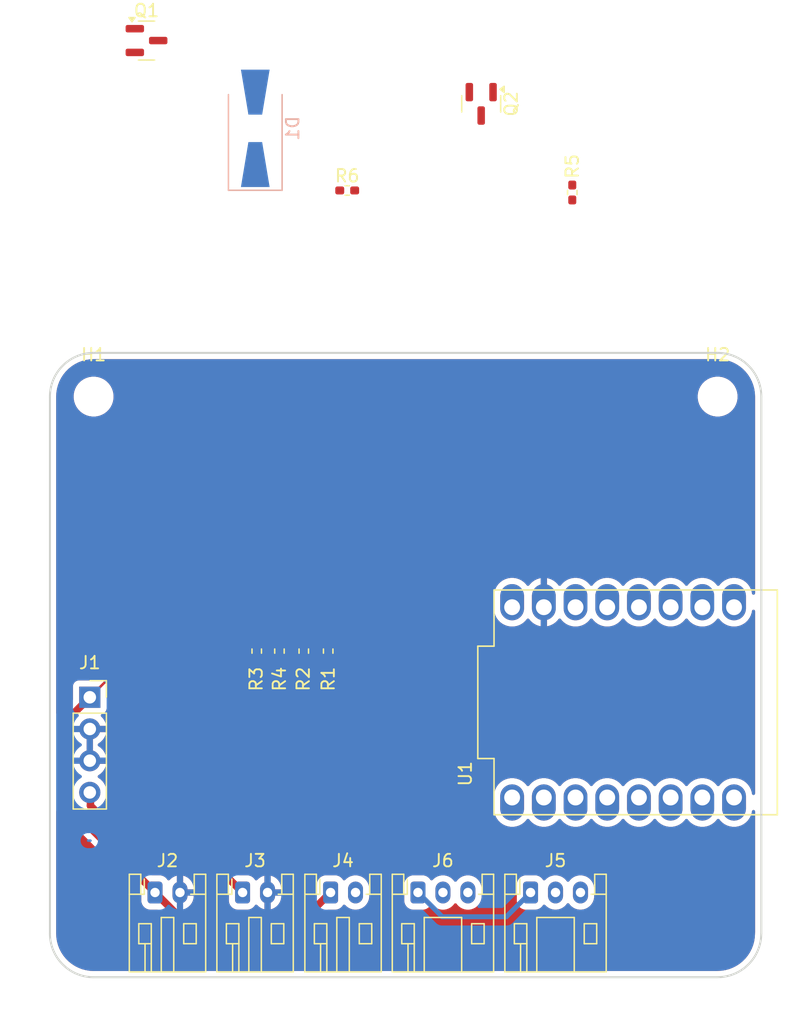
<source format=kicad_pcb>
(kicad_pcb (version 20240108) (generator "pcbnew") (generator_version "8.0")
  (layers (0 "F.Cu" signal) (31 "B.Cu" signal) (34 "B.Paste" user) (35 "F.Paste" user) (36 "B.SilkS" user "B.Silkscreen") (37 "F.SilkS" user "F.Silkscreen") (38 "B.Mask" user) (39 "F.Mask" user) (44 "Edge.Cuts" user))
  (net 0 "")
  (net 1 "pump_low")
  (net 2 "vcc_battery")
  (net 3 "GND")
  (net 5 "in-a_moisture")
  (net 6 "vcc_logic")
  (net 7 "in-a_water")
  (net 8 "out_sensors")
  (net 9 "out_pump")
  (net 10 "bat_hi")
  (net 11 "solar_hi")
  (net 12 "vcc_solar")
  (net 13 "vcc_sensor_low")
  (net 14 "Net-(Q2-G)")
  (net 15 "sda")
  (net 19 "scl")
  (footprint "Package_TO_SOT_SMD:SOT-23" (layer "F.Cu") (at 28.4895 13.461)
    (property "Reference" "Q1" (at 0 -2.4 0) (layer "F.SilkS"))
    (property "Value" "2N7002K")
    (fp_line (start 0 -1.56) (end -0.65 -1.56) (stroke (width 0.12)) (layer "F.SilkS"))
    (fp_line (start 0 -1.56) (end 0.65 -1.56) (stroke (width 0.12)) (layer "F.SilkS"))
    (fp_line (start 0 1.56) (end -0.65 1.56) (stroke (width 0.12)) (layer "F.SilkS"))
    (fp_line (start 0 1.56) (end 0.65 1.56) (stroke (width 0.12)) (layer "F.SilkS"))
    (fp_poly (pts (xy -1.1625 -1.51) (xy -1.4025 -1.84) (xy -0.9225 -1.84) (xy -1.1625 -1.51)) (stroke (width 0.12)) (fill solid) (layer "F.SilkS"))
    (pad "1" smd roundrect (at -0.9375 -0.95) (size 1.475 0.6) (layers "F.Cu" "F.Paste" "F.Mask") (net 8 "out_sensors"))
    (pad "2" smd roundrect (at -0.9375 0.95) (size 1.475 0.6) (layers "F.Cu" "F.Paste" "F.Mask") (net 3 "GND"))
    (pad "3" smd roundrect (at 0.9375 0) (size 1.475 0.6) (layers "F.Cu" "F.Paste" "F.Mask") (net 13 "vcc_sensor_low"))
  )
  (footprint "Connector_JST:JST_PH_S2B-PH-K_1x02_P2.00mm_Horizontal" (layer "F.Cu") (at 36.188 81.689)
    (property "Reference" "J3" (at 1 -2.55 0) (layer "F.SilkS"))
    (property "Value" "solar_panel")
    (fp_line (start -2.06 -1.46) (end -2.06 6.36) (stroke (width 0.12)) (layer "F.SilkS"))
    (fp_line (start -2.06 0.14) (end -1.14 0.14) (stroke (width 0.12)) (layer "F.SilkS"))
    (fp_line (start -2.06 6.36) (end 4.06 6.36) (stroke (width 0.12)) (layer "F.SilkS"))
    (fp_line (start -1.3 2.5) (end -1.3 4.1) (stroke (width 0.12)) (layer "F.SilkS"))
    (fp_line (start -1.3 4.1) (end -0.3 4.1) (stroke (width 0.12)) (layer "F.SilkS"))
    (fp_line (start -1.14 -1.46) (end -2.06 -1.46) (stroke (width 0.12)) (layer "F.SilkS"))
    (fp_line (start -1.14 0.14) (end -1.14 -1.46) (stroke (width 0.12)) (layer "F.SilkS"))
    (fp_line (start -0.86 0.14) (end -1.14 0.14) (stroke (width 0.12)) (layer "F.SilkS"))
    (fp_line (start -0.86 0.14) (end -0.86 -1.075) (stroke (width 0.12)) (layer "F.SilkS"))
    (fp_line (start -0.8 4.1) (end -0.8 6.36) (stroke (width 0.12)) (layer "F.SilkS"))
    (fp_line (start -0.3 2.5) (end -1.3 2.5) (stroke (width 0.12)) (layer "F.SilkS"))
    (fp_line (start -0.3 4.1) (end -0.3 2.5) (stroke (width 0.12)) (layer "F.SilkS"))
    (fp_line (start -0.3 4.1) (end -0.3 6.36) (stroke (width 0.12)) (layer "F.SilkS"))
    (fp_line (start 0.5 2) (end 1.5 2) (stroke (width 0.12)) (layer "F.SilkS"))
    (fp_line (start 0.5 6.36) (end 0.5 2) (stroke (width 0.12)) (layer "F.SilkS"))
    (fp_line (start 1.5 2) (end 1.5 6.36) (stroke (width 0.12)) (layer "F.SilkS"))
    (fp_line (start 2.3 2.5) (end 3.3 2.5) (stroke (width 0.12)) (layer "F.SilkS"))
    (fp_line (start 2.3 4.1) (end 2.3 2.5) (stroke (width 0.12)) (layer "F.SilkS"))
    (fp_line (start 3.14 -1.46) (end 3.14 0.14) (stroke (width 0.12)) (layer "F.SilkS"))
    (fp_line (start 3.14 0.14) (end 2.86 0.14) (stroke (width 0.12)) (layer "F.SilkS"))
    (fp_line (start 3.3 2.5) (end 3.3 4.1) (stroke (width 0.12)) (layer "F.SilkS"))
    (fp_line (start 3.3 4.1) (end 2.3 4.1) (stroke (width 0.12)) (layer "F.SilkS"))
    (fp_line (start 4.06 -1.46) (end 3.14 -1.46) (stroke (width 0.12)) (layer "F.SilkS"))
    (fp_line (start 4.06 0.14) (end 3.14 0.14) (stroke (width 0.12)) (layer "F.SilkS"))
    (fp_line (start 4.06 6.36) (end 4.06 -1.46) (stroke (width 0.12)) (layer "F.SilkS"))
    (pad "1" thru_hole roundrect (at 0 0) (size 1.2 1.75) (drill 0.75) (layers "*.Cu" "*.Mask") (roundrect_rratio 0.208333) (net 12 "vcc_solar"))
    (pad "2" thru_hole oval (at 2 0) (size 1.2 1.75) (drill 0.75) (layers "*.Cu" "*.Mask") (net 3 "GND"))
  )
  (footprint "Connector_JST:JST_PH_S2B-PH-K_1x02_P2.00mm_Horizontal" (layer "F.Cu") (at 43.237 81.689)
    (property "Reference" "J4" (at 1 -2.55 0) (layer "F.SilkS"))
    (property "Value" "pump")
    (fp_line (start -2.06 -1.46) (end -2.06 6.36) (stroke (width 0.12)) (layer "F.SilkS"))
    (fp_line (start -2.06 0.14) (end -1.14 0.14) (stroke (width 0.12)) (layer "F.SilkS"))
    (fp_line (start -2.06 6.36) (end 4.06 6.36) (stroke (width 0.12)) (layer "F.SilkS"))
    (fp_line (start -1.3 2.5) (end -1.3 4.1) (stroke (width 0.12)) (layer "F.SilkS"))
    (fp_line (start -1.3 4.1) (end -0.3 4.1) (stroke (width 0.12)) (layer "F.SilkS"))
    (fp_line (start -1.14 -1.46) (end -2.06 -1.46) (stroke (width 0.12)) (layer "F.SilkS"))
    (fp_line (start -1.14 0.14) (end -1.14 -1.46) (stroke (width 0.12)) (layer "F.SilkS"))
    (fp_line (start -0.86 0.14) (end -1.14 0.14) (stroke (width 0.12)) (layer "F.SilkS"))
    (fp_line (start -0.86 0.14) (end -0.86 -1.075) (stroke (width 0.12)) (layer "F.SilkS"))
    (fp_line (start -0.8 4.1) (end -0.8 6.36) (stroke (width 0.12)) (layer "F.SilkS"))
    (fp_line (start -0.3 2.5) (end -1.3 2.5) (stroke (width 0.12)) (layer "F.SilkS"))
    (fp_line (start -0.3 4.1) (end -0.3 2.5) (stroke (width 0.12)) (layer "F.SilkS"))
    (fp_line (start -0.3 4.1) (end -0.3 6.36) (stroke (width 0.12)) (layer "F.SilkS"))
    (fp_line (start 0.5 2) (end 1.5 2) (stroke (width 0.12)) (layer "F.SilkS"))
    (fp_line (start 0.5 6.36) (end 0.5 2) (stroke (width 0.12)) (layer "F.SilkS"))
    (fp_line (start 1.5 2) (end 1.5 6.36) (stroke (width 0.12)) (layer "F.SilkS"))
    (fp_line (start 2.3 2.5) (end 3.3 2.5) (stroke (width 0.12)) (layer "F.SilkS"))
    (fp_line (start 2.3 4.1) (end 2.3 2.5) (stroke (width 0.12)) (layer "F.SilkS"))
    (fp_line (start 3.14 -1.46) (end 3.14 0.14) (stroke (width 0.12)) (layer "F.SilkS"))
    (fp_line (start 3.14 0.14) (end 2.86 0.14) (stroke (width 0.12)) (layer "F.SilkS"))
    (fp_line (start 3.3 2.5) (end 3.3 4.1) (stroke (width 0.12)) (layer "F.SilkS"))
    (fp_line (start 3.3 4.1) (end 2.3 4.1) (stroke (width 0.12)) (layer "F.SilkS"))
    (fp_line (start 4.06 -1.46) (end 3.14 -1.46) (stroke (width 0.12)) (layer "F.SilkS"))
    (fp_line (start 4.06 0.14) (end 3.14 0.14) (stroke (width 0.12)) (layer "F.SilkS"))
    (fp_line (start 4.06 6.36) (end 4.06 -1.46) (stroke (width 0.12)) (layer "F.SilkS"))
    (pad "1" thru_hole roundrect (at 0 0) (size 1.2 1.75) (drill 0.75) (layers "*.Cu" "*.Mask") (roundrect_rratio 0.208333) (net 2 "vcc_battery"))
    (pad "2" thru_hole oval (at 2 0) (size 1.2 1.75) (drill 0.75) (layers "*.Cu" "*.Mask") (net 1 "pump_low"))
  )
  (footprint "Package_TO_SOT_SMD:SOT-23" (layer "F.Cu") (at 55.304 18.5285 -90)
    (property "Reference" "Q2" (at 0 -2.4 90) (layer "F.SilkS"))
    (property "Value" "2N7002K")
    (fp_line (start 0 1.56) (end -0.65 1.56) (stroke (width 0.12)) (layer "F.SilkS"))
    (fp_line (start 0 1.56) (end 0.65 1.56) (stroke (width 0.12)) (layer "F.SilkS"))
    (fp_line (start 0 -1.56) (end -0.65 -1.56) (stroke (width 0.12)) (layer "F.SilkS"))
    (fp_line (start 0 -1.56) (end 0.65 -1.56) (stroke (width 0.12)) (layer "F.SilkS"))
    (fp_poly (pts (xy -1.1625 -1.51) (xy -1.4025 -1.84) (xy -0.9225 -1.84) (xy -1.1625 -1.51)) (stroke (width 0.12)) (fill solid) (layer "F.SilkS"))
    (pad "1" smd roundrect (at -0.9375 -0.95 270) (size 1.475 0.6) (layers "F.Cu" "F.Paste" "F.Mask") (net 14 "Net-(Q2-G)"))
    (pad "2" smd roundrect (at -0.9375 0.95 270) (size 1.475 0.6) (layers "F.Cu" "F.Paste" "F.Mask") (net 3 "GND"))
    (pad "3" smd roundrect (at 0.9375 0 270) (size 1.475 0.6) (layers "F.Cu" "F.Paste" "F.Mask") (net 1 "pump_low"))
  )
  (footprint "Resistor_SMD:R_0402_1005Metric_Pad0.72x0.64mm_HandSolder" (layer "F.Cu") (at 41.091 62.356001 -90)
    (property "Reference" "R2" (at 2.2425 0.045 90) (layer "F.SilkS"))
    (property "Value" "10K")
    (fp_line (start -0.167621 0.38) (end 0.167621 0.38) (stroke (width 0.12)) (layer "F.SilkS"))
    (fp_line (start -0.167621 -0.38) (end 0.167621 -0.38) (stroke (width 0.12)) (layer "F.SilkS"))
    (pad "1" smd roundrect (at -0.5975 0 270) (size 0.715 0.64) (layers "F.Cu" "F.Paste" "F.Mask") (net 11 "solar_hi"))
    (pad "2" smd roundrect (at 0.5975 0 270) (size 0.715 0.64) (layers "F.Cu" "F.Paste" "F.Mask") (net 3 "GND"))
  )
  (footprint "Connector_JST:JST_PH_S3B-PH-K_1x03_P2.00mm_Horizontal" (layer "F.Cu") (at 50.2408 81.689)
    (property "Reference" "J6" (at 2 -2.55 0) (layer "F.SilkS"))
    (property "Value" "water_level")
    (fp_line (start -2.06 -1.46) (end -2.06 6.36) (stroke (width 0.12)) (layer "F.SilkS"))
    (fp_line (start -2.06 0.14) (end -1.14 0.14) (stroke (width 0.12)) (layer "F.SilkS"))
    (fp_line (start -2.06 6.36) (end 6.06 6.36) (stroke (width 0.12)) (layer "F.SilkS"))
    (fp_line (start -1.3 2.5) (end -1.3 4.1) (stroke (width 0.12)) (layer "F.SilkS"))
    (fp_line (start -1.3 4.1) (end -0.3 4.1) (stroke (width 0.12)) (layer "F.SilkS"))
    (fp_line (start -1.14 -1.46) (end -2.06 -1.46) (stroke (width 0.12)) (layer "F.SilkS"))
    (fp_line (start -1.14 0.14) (end -1.14 -1.46) (stroke (width 0.12)) (layer "F.SilkS"))
    (fp_line (start -0.86 0.14) (end -1.14 0.14) (stroke (width 0.12)) (layer "F.SilkS"))
    (fp_line (start -0.86 0.14) (end -0.86 -1.075) (stroke (width 0.12)) (layer "F.SilkS"))
    (fp_line (start -0.8 4.1) (end -0.8 6.36) (stroke (width 0.12)) (layer "F.SilkS"))
    (fp_line (start -0.3 2.5) (end -1.3 2.5) (stroke (width 0.12)) (layer "F.SilkS"))
    (fp_line (start -0.3 4.1) (end -0.3 2.5) (stroke (width 0.12)) (layer "F.SilkS"))
    (fp_line (start -0.3 4.1) (end -0.3 6.36) (stroke (width 0.12)) (layer "F.SilkS"))
    (fp_line (start 0.5 2) (end 3.5 2) (stroke (width 0.12)) (layer "F.SilkS"))
    (fp_line (start 0.5 6.36) (end 0.5 2) (stroke (width 0.12)) (layer "F.SilkS"))
    (fp_line (start 3.5 2) (end 3.5 6.36) (stroke (width 0.12)) (layer "F.SilkS"))
    (fp_line (start 4.3 2.5) (end 5.3 2.5) (stroke (width 0.12)) (layer "F.SilkS"))
    (fp_line (start 4.3 4.1) (end 4.3 2.5) (stroke (width 0.12)) (layer "F.SilkS"))
    (fp_line (start 5.14 -1.46) (end 5.14 0.14) (stroke (width 0.12)) (layer "F.SilkS"))
    (fp_line (start 5.14 0.14) (end 4.86 0.14) (stroke (width 0.12)) (layer "F.SilkS"))
    (fp_line (start 5.3 2.5) (end 5.3 4.1) (stroke (width 0.12)) (layer "F.SilkS"))
    (fp_line (start 5.3 4.1) (end 4.3 4.1) (stroke (width 0.12)) (layer "F.SilkS"))
    (fp_line (start 6.06 -1.46) (end 5.14 -1.46) (stroke (width 0.12)) (layer "F.SilkS"))
    (fp_line (start 6.06 0.14) (end 5.14 0.14) (stroke (width 0.12)) (layer "F.SilkS"))
    (fp_line (start 6.06 6.36) (end 6.06 -1.46) (stroke (width 0.12)) (layer "F.SilkS"))
    (pad "1" thru_hole roundrect (at 0 0) (size 1.2 1.75) (drill 0.75) (layers "*.Cu" "*.Mask") (roundrect_rratio 0.208333) (net 13 "vcc_sensor_low"))
    (pad "2" thru_hole oval (at 2 0) (size 1.2 1.75) (drill 0.75) (layers "*.Cu" "*.Mask") (net 7 "in-a_water"))
    (pad "3" thru_hole oval (at 4 0) (size 1.2 1.75) (drill 0.75) (layers "*.Cu" "*.Mask") (net 6 "vcc_logic"))
  )
  (footprint "MountingHole:MountingHole_2.7mm_M2.5_DIN965" (layer "F.Cu") (at 24.25 41.975)
    (property "Reference" "H1" (at 0 -3.35 0) (layer "F.SilkS"))
    (property "Value" "MountingHole" (hide yes))
    (pad "" np_thru_hole circle (at 0 0) (size 2.7 2.7) (drill 2.7) (layers "*.Cu" "*.Mask"))
  )
  (footprint "Resistor_SMD:R_0402_1005Metric_Pad0.72x0.64mm_HandSolder" (layer "F.Cu") (at 44.57 25.465)
    (property "Reference" "R6" (at 0 -1.17 0) (layer "F.SilkS"))
    (property "Value" "100K")
    (fp_line (start -0.167621 -0.38) (end 0.167621 -0.38) (stroke (width 0.12)) (layer "F.SilkS"))
    (fp_line (start -0.167621 0.38) (end 0.167621 0.38) (stroke (width 0.12)) (layer "F.SilkS"))
    (pad "1" smd roundrect (at -0.5975 0) (size 0.715 0.64) (layers "F.Cu" "F.Paste" "F.Mask") (net 3 "GND"))
    (pad "2" smd roundrect (at 0.5975 0) (size 0.715 0.64) (layers "F.Cu" "F.Paste" "F.Mask") (net 14 "Net-(Q2-G)"))
  )
  (footprint "Connector_JST:JST_PH_S2B-PH-K_1x02_P2.00mm_Horizontal" (layer "F.Cu") (at 29.171 81.689)
    (property "Reference" "J2" (at 1 -2.55 0) (layer "F.SilkS"))
    (property "Value" "battery")
    (fp_line (start -2.06 -1.46) (end -2.06 6.36) (stroke (width 0.12)) (layer "F.SilkS"))
    (fp_line (start -2.06 0.14) (end -1.14 0.14) (stroke (width 0.12)) (layer "F.SilkS"))
    (fp_line (start -2.06 6.36) (end 4.06 6.36) (stroke (width 0.12)) (layer "F.SilkS"))
    (fp_line (start -1.3 2.5) (end -1.3 4.1) (stroke (width 0.12)) (layer "F.SilkS"))
    (fp_line (start -1.3 4.1) (end -0.3 4.1) (stroke (width 0.12)) (layer "F.SilkS"))
    (fp_line (start -1.14 -1.46) (end -2.06 -1.46) (stroke (width 0.12)) (layer "F.SilkS"))
    (fp_line (start -1.14 0.14) (end -1.14 -1.46) (stroke (width 0.12)) (layer "F.SilkS"))
    (fp_line (start -0.86 0.14) (end -1.14 0.14) (stroke (width 0.12)) (layer "F.SilkS"))
    (fp_line (start -0.86 0.14) (end -0.86 -1.075) (stroke (width 0.12)) (layer "F.SilkS"))
    (fp_line (start -0.8 4.1) (end -0.8 6.36) (stroke (width 0.12)) (layer "F.SilkS"))
    (fp_line (start -0.3 2.5) (end -1.3 2.5) (stroke (width 0.12)) (layer "F.SilkS"))
    (fp_line (start -0.3 4.1) (end -0.3 2.5) (stroke (width 0.12)) (layer "F.SilkS"))
    (fp_line (start -0.3 4.1) (end -0.3 6.36) (stroke (width 0.12)) (layer "F.SilkS"))
    (fp_line (start 0.5 2) (end 1.5 2) (stroke (width 0.12)) (layer "F.SilkS"))
    (fp_line (start 0.5 6.36) (end 0.5 2) (stroke (width 0.12)) (layer "F.SilkS"))
    (fp_line (start 1.5 2) (end 1.5 6.36) (stroke (width 0.12)) (layer "F.SilkS"))
    (fp_line (start 2.3 2.5) (end 3.3 2.5) (stroke (width 0.12)) (layer "F.SilkS"))
    (fp_line (start 2.3 4.1) (end 2.3 2.5) (stroke (width 0.12)) (layer "F.SilkS"))
    (fp_line (start 3.14 -1.46) (end 3.14 0.14) (stroke (width 0.12)) (layer "F.SilkS"))
    (fp_line (start 3.14 0.14) (end 2.86 0.14) (stroke (width 0.12)) (layer "F.SilkS"))
    (fp_line (start 3.3 2.5) (end 3.3 4.1) (stroke (width 0.12)) (layer "F.SilkS"))
    (fp_line (start 3.3 4.1) (end 2.3 4.1) (stroke (width 0.12)) (layer "F.SilkS"))
    (fp_line (start 4.06 -1.46) (end 3.14 -1.46) (stroke (width 0.12)) (layer "F.SilkS"))
    (fp_line (start 4.06 0.14) (end 3.14 0.14) (stroke (width 0.12)) (layer "F.SilkS"))
    (fp_line (start 4.06 6.36) (end 4.06 -1.46) (stroke (width 0.12)) (layer "F.SilkS"))
    (pad "1" thru_hole roundrect (at 0 0) (size 1.2 1.75) (drill 0.75) (layers "*.Cu" "*.Mask") (roundrect_rratio 0.208333) (net 2 "vcc_battery"))
    (pad "2" thru_hole oval (at 2 0) (size 1.2 1.75) (drill 0.75) (layers "*.Cu" "*.Mask") (net 3 "GND"))
  )
  (footprint "Connector_PinSocket_2.54mm:PinSocket_1x04_P2.54mm_Vertical" (layer "F.Cu") (at 23.9452 66.0542)
    (property "Reference" "J1" (at 0 -2.77 0) (layer "F.SilkS"))
    (property "Value" "solar_charger")
    (fp_line (start -1.33 1.27) (end -1.33 8.95) (stroke (width 0.12)) (layer "F.SilkS"))
    (fp_line (start -1.33 1.27) (end 1.33 1.27) (stroke (width 0.12)) (layer "F.SilkS"))
    (fp_line (start -1.33 8.95) (end 1.33 8.95) (stroke (width 0.12)) (layer "F.SilkS"))
    (fp_line (start 0 -1.33) (end 1.33 -1.33) (stroke (width 0.12)) (layer "F.SilkS"))
    (fp_line (start 1.33 -1.33) (end 1.33 0) (stroke (width 0.12)) (layer "F.SilkS"))
    (fp_line (start 1.33 1.27) (end 1.33 8.95) (stroke (width 0.12)) (layer "F.SilkS"))
    (pad "1" thru_hole rect (at 0 0) (size 1.7 1.7) (drill 1) (layers "*.Cu" "*.Mask") (net 2 "vcc_battery"))
    (pad "2" thru_hole oval (at 0 2.54) (size 1.7 1.7) (drill 1) (layers "*.Cu" "*.Mask") (net 3 "GND"))
    (pad "3" thru_hole oval (at 0 5.08) (size 1.7 1.7) (drill 1) (layers "*.Cu" "*.Mask") (net 3 "GND"))
    (pad "4" thru_hole oval (at 0 7.62) (size 1.7 1.7) (drill 1) (layers "*.Cu" "*.Mask") (net 12 "vcc_solar"))
  )
  (footprint "Resistor_SMD:R_0402_1005Metric_Pad0.72x0.64mm_HandSolder" (layer "F.Cu") (at 43.046 62.356001 90)
    (property "Reference" "R1" (at -2.2425 0 -90) (layer "F.SilkS"))
    (property "Value" "10K")
    (fp_line (start -0.167621 -0.38) (end 0.167621 -0.38) (stroke (width 0.12)) (layer "F.SilkS"))
    (fp_line (start -0.167621 0.38) (end 0.167621 0.38) (stroke (width 0.12)) (layer "F.SilkS"))
    (pad "1" smd roundrect (at -0.5975 0 90) (size 0.715 0.64) (layers "F.Cu" "F.Paste" "F.Mask") (net 12 "vcc_solar"))
    (pad "2" smd roundrect (at 0.5975 0 90) (size 0.715 0.64) (layers "F.Cu" "F.Paste" "F.Mask") (net 11 "solar_hi"))
  )
  (footprint "Resistor_SMD:R_0402_1005Metric_Pad0.72x0.64mm_HandSolder" (layer "F.Cu") (at 62.604 25.6295 -90)
    (property "Reference" "R5" (at -2.0975 0 90) (layer "F.SilkS"))
    (property "Value" "1K")
    (fp_line (start -0.167621 0.38) (end 0.167621 0.38) (stroke (width 0.12)) (layer "F.SilkS"))
    (fp_line (start -0.167621 -0.38) (end 0.167621 -0.38) (stroke (width 0.12)) (layer "F.SilkS"))
    (pad "1" smd roundrect (at -0.5975 0 270) (size 0.715 0.64) (layers "F.Cu" "F.Paste" "F.Mask") (net 9 "out_pump"))
    (pad "2" smd roundrect (at 0.5975 0 270) (size 0.715 0.64) (layers "F.Cu" "F.Paste" "F.Mask") (net 14 "Net-(Q2-G)"))
  )
  (footprint "Connector_JST:JST_PH_S3B-PH-K_1x03_P2.00mm_Horizontal" (layer "F.Cu") (at 59.261 81.689)
    (property "Reference" "J5" (at 2 -2.55 0) (layer "F.SilkS"))
    (property "Value" "soil_moisture")
    (fp_line (start -2.06 -1.46) (end -2.06 6.36) (stroke (width 0.12)) (layer "F.SilkS"))
    (fp_line (start -2.06 0.14) (end -1.14 0.14) (stroke (width 0.12)) (layer "F.SilkS"))
    (fp_line (start -2.06 6.36) (end 6.06 6.36) (stroke (width 0.12)) (layer "F.SilkS"))
    (fp_line (start -1.3 2.5) (end -1.3 4.1) (stroke (width 0.12)) (layer "F.SilkS"))
    (fp_line (start -1.3 4.1) (end -0.3 4.1) (stroke (width 0.12)) (layer "F.SilkS"))
    (fp_line (start -1.14 -1.46) (end -2.06 -1.46) (stroke (width 0.12)) (layer "F.SilkS"))
    (fp_line (start -1.14 0.14) (end -1.14 -1.46) (stroke (width 0.12)) (layer "F.SilkS"))
    (fp_line (start -0.86 0.14) (end -1.14 0.14) (stroke (width 0.12)) (layer "F.SilkS"))
    (fp_line (start -0.86 0.14) (end -0.86 -1.075) (stroke (width 0.12)) (layer "F.SilkS"))
    (fp_line (start -0.8 4.1) (end -0.8 6.36) (stroke (width 0.12)) (layer "F.SilkS"))
    (fp_line (start -0.3 2.5) (end -1.3 2.5) (stroke (width 0.12)) (layer "F.SilkS"))
    (fp_line (start -0.3 4.1) (end -0.3 2.5) (stroke (width 0.12)) (layer "F.SilkS"))
    (fp_line (start -0.3 4.1) (end -0.3 6.36) (stroke (width 0.12)) (layer "F.SilkS"))
    (fp_line (start 0.5 2) (end 3.5 2) (stroke (width 0.12)) (layer "F.SilkS"))
    (fp_line (start 0.5 6.36) (end 0.5 2) (stroke (width 0.12)) (layer "F.SilkS"))
    (fp_line (start 3.5 2) (end 3.5 6.36) (stroke (width 0.12)) (layer "F.SilkS"))
    (fp_line (start 4.3 2.5) (end 5.3 2.5) (stroke (width 0.12)) (layer "F.SilkS"))
    (fp_line (start 4.3 4.1) (end 4.3 2.5) (stroke (width 0.12)) (layer "F.SilkS"))
    (fp_line (start 5.14 -1.46) (end 5.14 0.14) (stroke (width 0.12)) (layer "F.SilkS"))
    (fp_line (start 5.14 0.14) (end 4.86 0.14) (stroke (width 0.12)) (layer "F.SilkS"))
    (fp_line (start 5.3 2.5) (end 5.3 4.1) (stroke (width 0.12)) (layer "F.SilkS"))
    (fp_line (start 5.3 4.1) (end 4.3 4.1) (stroke (width 0.12)) (layer "F.SilkS"))
    (fp_line (start 6.06 -1.46) (end 5.14 -1.46) (stroke (width 0.12)) (layer "F.SilkS"))
    (fp_line (start 6.06 0.14) (end 5.14 0.14) (stroke (width 0.12)) (layer "F.SilkS"))
    (fp_line (start 6.06 6.36) (end 6.06 -1.46) (stroke (width 0.12)) (layer "F.SilkS"))
    (pad "1" thru_hole roundrect (at 0 0) (size 1.2 1.75) (drill 0.75) (layers "*.Cu" "*.Mask") (roundrect_rratio 0.208333) (net 13 "vcc_sensor_low"))
    (pad "2" thru_hole oval (at 2 0) (size 1.2 1.75) (drill 0.75) (layers "*.Cu" "*.Mask") (net 5 "in-a_moisture"))
    (pad "3" thru_hole oval (at 4 0) (size 1.2 1.75) (drill 0.75) (layers "*.Cu" "*.Mask") (net 6 "vcc_logic"))
  )
  (footprint "MountingHole:MountingHole_2.7mm_M2.5_DIN965" (layer "F.Cu") (at 74.25 41.975)
    (property "Reference" "H2" (at 0 -3.35 0) (layer "F.SilkS"))
    (property "Value" "MountingHole")
    (pad "" np_thru_hole circle (at 0 0) (size 2.7 2.7) (drill 2.7) (layers "*.Cu" "*.Mask"))
  )
  (footprint "Resistor_SMD:R_0402_1005Metric_Pad0.72x0.64mm_HandSolder" (layer "F.Cu") (at 39.141 62.356001 -90)
    (property "Reference" "R4" (at 2.2425 0 90) (layer "F.SilkS"))
    (property "Value" "10K")
    (fp_line (start -0.167621 0.38) (end 0.167621 0.38) (stroke (width 0.12)) (layer "F.SilkS"))
    (fp_line (start -0.167621 -0.38) (end 0.167621 -0.38) (stroke (width 0.12)) (layer "F.SilkS"))
    (pad "1" smd roundrect (at -0.5975 0 270) (size 0.715 0.64) (layers "F.Cu" "F.Paste" "F.Mask") (net 10 "bat_hi"))
    (pad "2" smd roundrect (at 0.5975 0 270) (size 0.715 0.64) (layers "F.Cu" "F.Paste" "F.Mask") (net 3 "GND"))
  )
  (footprint "supermini:MODULE_ESP32-C3_SUPERMINI" (layer "F.Cu") (at 67.684 66.4606 90)
    (property "Reference" "U1" (at -5.715 -13.6525 -90) (layer "F.SilkS"))
    (property "Value" "ESP32-C3_SUPERMINI")
    (fp_line (start 4.5 -12.65) (end -4.5 -12.65) (stroke (width 0.127)) (layer "F.SilkS"))
    (fp_line (start 4.5 -12.65) (end 4.5 -11.35) (stroke (width 0.127)) (layer "F.SilkS"))
    (fp_line (start -4.5 -12.65) (end -4.5 -11.35) (stroke (width 0.127)) (layer "F.SilkS"))
    (fp_line (start 9 -11.35) (end 4.5 -11.35) (stroke (width 0.127)) (layer "F.SilkS"))
    (fp_line (start -4.5 -11.35) (end -9 -11.35) (stroke (width 0.127)) (layer "F.SilkS"))
    (fp_line (start 9 11.35) (end 9 -11.35) (stroke (width 0.127)) (layer "F.SilkS"))
    (fp_line (start 9 11.35) (end -9 11.35) (stroke (width 0.127)) (layer "F.SilkS"))
    (fp_line (start -9 11.35) (end -9 -11.35) (stroke (width 0.127)) (layer "F.SilkS"))
    (pad "0" thru_hole oval (at 7.62 7.88 90) (size 2.9 1.905) (drill 1.27 (offset 0.4 0)) (layers "*.Cu" "*.Mask"))
    (pad "1" thru_hole oval (at 7.62 5.34 90) (size 2.9 1.905) (drill 1.27 (offset 0.4 0)) (layers "*.Cu" "*.Mask") (net 11 "solar_hi"))
    (pad "2" thru_hole oval (at 7.62 2.8 90) (size 2.9 1.905) (drill 1.27 (offset 0.4 0)) (layers "*.Cu" "*.Mask") (net 10 "bat_hi"))
    (pad "3" thru_hole oval (at 7.62 0.26 90) (size 2.9 1.905) (drill 1.27 (offset 0.4 0)) (layers "*.Cu" "*.Mask") (net 5 "in-a_moisture"))
    (pad "3.3" thru_hole oval (at 7.62 -4.82 90) (size 2.9 1.905) (drill 1.27 (offset 0.4 0)) (layers "*.Cu" "*.Mask") (net 6 "vcc_logic"))
    (pad "4" thru_hole oval (at 7.62 -2.28 90) (size 2.9 1.905) (drill 1.27 (offset 0.4 0)) (layers "*.Cu" "*.Mask") (net 7 "in-a_water"))
    (pad "5" thru_hole oval (at -7.62 -9.9 90) (size 2.9 1.905) (drill 1.27 (offset -0.4 0)) (layers "*.Cu" "*.Mask"))
    (pad "5V" thru_hole oval (at 7.62 -9.9 90) (size 2.9 1.905) (drill 1.27 (offset 0.4 0)) (layers "*.Cu" "*.Mask") (net 2 "vcc_battery"))
    (pad "6" thru_hole oval (at -7.62 -7.36 90) (size 2.9 1.905) (drill 1.27 (offset -0.4 0)) (layers "*.Cu" "*.Mask"))
    (pad "7" thru_hole oval (at -7.62 -4.82 90) (size 2.9 1.905) (drill 1.27 (offset -0.4 0)) (layers "*.Cu" "*.Mask") (net 8 "out_sensors"))
    (pad "8" thru_hole oval (at -7.62 -2.28 90) (size 2.9 1.905) (drill 1.27 (offset -0.4 0)) (layers "*.Cu" "*.Mask") (net 19 "scl"))
    (pad "9" thru_hole oval (at -7.62 0.26 90) (size 2.9 1.905) (drill 1.27 (offset -0.4 0)) (layers "*.Cu" "*.Mask") (net 15 "sda"))
    (pad "10" thru_hole oval (at -7.62 2.8 90) (size 2.9 1.905) (drill 1.27 (offset -0.4 0)) (layers "*.Cu" "*.Mask") (net 9 "out_pump"))
    (pad "20" thru_hole oval (at -7.62 5.34 90) (size 2.9 1.905) (drill 1.27 (offset -0.4 0)) (layers "*.Cu" "*.Mask"))
    (pad "21" thru_hole oval (at -7.62 7.88 90) (size 2.9 1.905) (drill 1.27 (offset -0.4 0)) (layers "*.Cu" "*.Mask"))
    (pad "G" thru_hole oval (at 7.62 -7.36 90) (size 2.9 1.905) (drill 1.27 (offset 0.4 0)) (layers "*.Cu" "*.Mask") (net 3 "GND"))
  )
  (footprint "Resistor_SMD:R_0402_1005Metric_Pad0.72x0.64mm_HandSolder" (layer "F.Cu") (at 37.321 62.356001 90)
    (property "Reference" "R3" (at -2.2425 -0.0475 -90) (layer "F.SilkS"))
    (property "Value" "10K")
    (fp_line (start -0.167621 -0.38) (end 0.167621 -0.38) (stroke (width 0.12)) (layer "F.SilkS"))
    (fp_line (start -0.167621 0.38) (end 0.167621 0.38) (stroke (width 0.12)) (layer "F.SilkS"))
    (pad "1" smd roundrect (at -0.5975 0 90) (size 0.715 0.64) (layers "F.Cu" "F.Paste" "F.Mask") (net 2 "vcc_battery"))
    (pad "2" smd roundrect (at 0.5975 0 90) (size 0.715 0.64) (layers "F.Cu" "F.Paste" "F.Mask") (net 10 "bat_hi"))
  )
  (footprint "Diode_SMD:D_SMA-SMB_Universal_Handsoldering" (layer "B.Cu") (at 37.204 20.491 90)
    (property "Reference" "D1" (at 0 3 90) (layer "B.SilkS") (effects (justify mirror)))
    (property "Value" "1N4001")
    (fp_line (start 2.7 -2.15) (end -4.96 -2.15) (stroke (width 0.12)) (layer "B.SilkS"))
    (fp_line (start -4.96 -2.15) (end -4.96 2.15) (stroke (width 0.12)) (layer "B.SilkS"))
    (fp_line (start 2.7 2.15) (end -4.96 2.15) (stroke (width 0.12)) (layer "B.SilkS"))
    (pad "1" smd trapezoid (at -2.9 0 90) (size 3.6 1.7) (rect_delta 0.6 0) (layers "B.Cu" "B.Paste" "B.Mask") (net 2 "vcc_battery"))
    (pad "2" smd trapezoid (at 2.9 0 270) (size 3.6 1.7) (rect_delta 0.6 0) (layers "B.Cu" "B.Paste" "B.Mask") (net 1 "pump_low"))
  )
  (gr_line (start 74.25 88.475) (end 24.25 88.475) (stroke (width 0.16)) (layer "Edge.Cuts"))
  (gr_arc (start 20.75 41.975) (mid 21.775126 39.500126) (end 24.25 38.475) (stroke (width 0.16)) (layer "Edge.Cuts"))
  (gr_line (start 77.75 41.975) (end 77.75 84.975) (stroke (width 0.16)) (layer "Edge.Cuts"))
  (gr_arc (start 74.25 38.475) (mid 76.724874 39.500126) (end 77.75 41.975) (stroke (width 0.16)) (layer "Edge.Cuts"))
  (gr_line (start 20.75 84.975) (end 20.75 41.975) (stroke (width 0.16)) (layer "Edge.Cuts"))
  (gr_arc (start 24.25 88.475) (mid 21.775126 87.449874) (end 20.75 84.975) (stroke (width 0.16)) (layer "Edge.Cuts"))
  (gr_line (start 24.25 38.475) (end 74.25 38.475) (stroke (width 0.16)) (layer "Edge.Cuts"))
  (gr_arc (start 77.745126 84.970126) (mid 76.72 87.445) (end 74.245126 88.470126) (stroke (width 0.16)) (layer "Edge.Cuts"))
  (segment (start 23.81 77.535) (end 23.996 77.535) (width 0.2) (layer "B.Cu") (net 0))
  (segment (start 37.321 62.953501) (end 27.045899 62.953501) (width 0.2) (layer "F.Cu") (net 2))
  (segment (start 29.171 81.689) (end 32.2814 84.7994) (width 0.6) (layer "F.Cu") (net 2))
  (segment (start 29.171 81.689) (end 21.964 74.482) (width 0.6) (layer "F.Cu") (net 2))
  (segment (start 21.964 68.0354) (end 23.9452 66.0542) (width 0.6) (layer "F.Cu") (net 2))
  (segment (start 40.1266 84.7994) (end 43.237 81.689) (width 0.6) (layer "F.Cu") (net 2))
  (segment (start 21.964 74.482) (end 21.964 68.0354) (width 0.6) (layer "F.Cu") (net 2))
  (segment (start 32.2814 84.7994) (end 40.1266 84.7994) (width 0.6) (layer "F.Cu") (net 2))
  (segment (start 27.045899 62.953501) (end 23.9452 66.0542) (width 0.2) (layer "F.Cu") (net 2))
  (segment (start 37.321 61.758501) (end 39.141 61.758501) (width 0.2) (layer "F.Cu") (net 10))
  (segment (start 41.091 61.758501) (end 43.046 61.758501) (width 0.2) (layer "F.Cu") (net 11))
  (segment (start 43.046 62.953501) (end 43.046 66.777) (width 0.2) (layer "F.Cu") (net 12))
  (segment (start 23.996 73.725) (end 23.996 74.741) (width 0.6) (layer "F.Cu") (net 12))
  (segment (start 32.161 77.662) (end 36.188 81.689) (width 0.6) (layer "F.Cu") (net 12))
  (segment (start 23.9452 73.6742) (end 23.996 73.725) (width 0.6) (layer "F.Cu") (net 12))
  (segment (start 23.996 74.741) (end 26.917 77.662) (width 0.6) (layer "F.Cu") (net 12))
  (segment (start 26.917 77.662) (end 32.161 77.662) (width 0.6) (layer "F.Cu") (net 12))
  (segment (start 43.046 66.777) (end 32.161 77.662) (width 0.2) (layer "F.Cu") (net 12))
  (segment (start 52.1828 83.631) (end 50.2408 81.689) (width 0.4) (layer "B.Cu") (net 13))
  (segment (start 59.261 81.689) (end 57.319 83.631) (width 0.4) (layer "B.Cu") (net 13))
  (segment (start 57.319 83.631) (end 52.1828 83.631) (width 0.4) (layer "B.Cu") (net 13))
  (zone (net 3) (net_name "GND") (layer "F.Cu") (connect_pads (clearance 0.5)) (min_thickness 0.25) (fill yes (thermal_gap 0.5) (thermal_bridge_width 0.5))
    (polygon (pts (xy 16.75 33.75) (xy 79.25 33.75) (xy 79.25 91.975) (xy 16.75 91.975)))
  )
  (zone (net 3) (net_name "GND") (layer "B.Cu") (priority 1) (connect_pads (clearance 0.5)) (min_thickness 0.25) (fill yes (thermal_gap 0.5) (thermal_bridge_width 0.5))
    (polygon (pts (xy 81.57654 34.747233) (xy 19.3 34.775) (xy 19.25 92.15) (xy 81.57654 92.247233)))
  )
)
</source>
